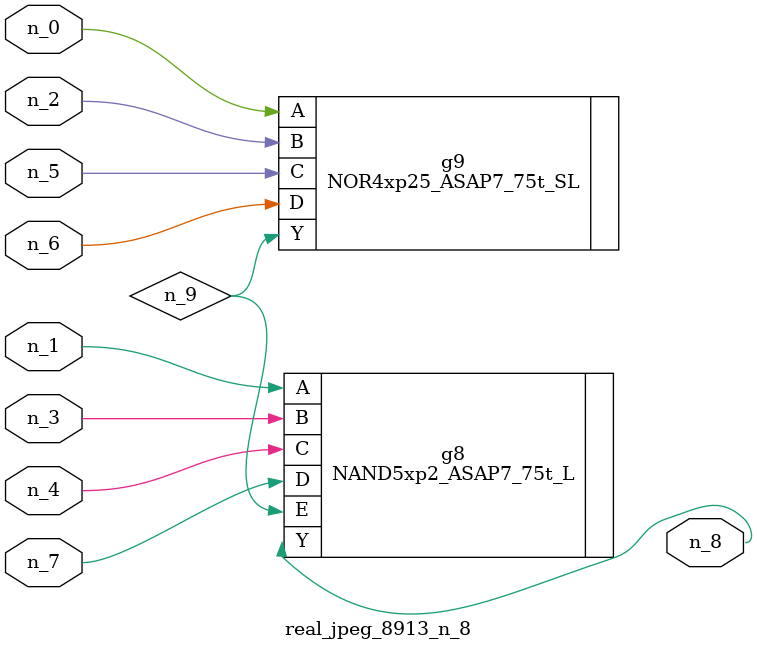
<source format=v>
module real_jpeg_8913_n_8 (n_5, n_4, n_0, n_1, n_2, n_6, n_7, n_3, n_8);

input n_5;
input n_4;
input n_0;
input n_1;
input n_2;
input n_6;
input n_7;
input n_3;

output n_8;

wire n_9;

NOR4xp25_ASAP7_75t_SL g9 ( 
.A(n_0),
.B(n_2),
.C(n_5),
.D(n_6),
.Y(n_9)
);

NAND5xp2_ASAP7_75t_L g8 ( 
.A(n_1),
.B(n_3),
.C(n_4),
.D(n_7),
.E(n_9),
.Y(n_8)
);


endmodule
</source>
